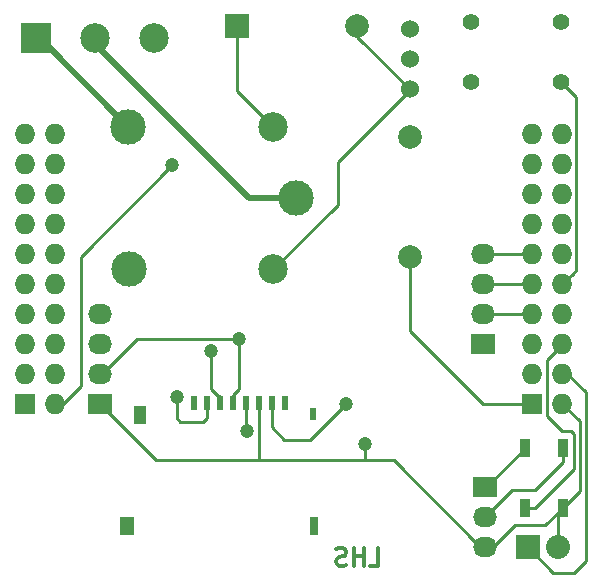
<source format=gbr>
G04 #@! TF.FileFunction,Copper,L2,Bot,Signal*
%FSLAX46Y46*%
G04 Gerber Fmt 4.6, Leading zero omitted, Abs format (unit mm)*
G04 Created by KiCad (PCBNEW 4.0.2-stable) date Friday, 04 November 2016 19:45:46*
%MOMM*%
G01*
G04 APERTURE LIST*
%ADD10C,1.000000*%
%ADD11C,0.300000*%
%ADD12C,2.500000*%
%ADD13C,3.000000*%
%ADD14C,1.998980*%
%ADD15R,1.998980X1.998980*%
%ADD16R,2.032000X1.727200*%
%ADD17O,2.032000X1.727200*%
%ADD18R,1.727200X1.727200*%
%ADD19O,1.727200X1.727200*%
%ADD20C,1.524000*%
%ADD21C,1.397000*%
%ADD22R,2.032000X2.032000*%
%ADD23O,2.032000X2.032000*%
%ADD24R,0.899160X1.501140*%
%ADD25R,0.500000X1.250000*%
%ADD26R,1.000000X1.500000*%
%ADD27R,0.800000X1.500000*%
%ADD28R,1.200000X1.500000*%
%ADD29R,0.600000X1.000000*%
%ADD30R,2.500000X2.500000*%
%ADD31C,1.200000*%
%ADD32C,0.250000*%
%ADD33C,0.500000*%
G04 APERTURE END LIST*
D10*
D11*
X43235714Y-60678571D02*
X43950000Y-60678571D01*
X43950000Y-59178571D01*
X42735714Y-60678571D02*
X42735714Y-59178571D01*
X42735714Y-59892857D02*
X41878571Y-59892857D01*
X41878571Y-60678571D02*
X41878571Y-59178571D01*
X41235714Y-60607143D02*
X41021428Y-60678571D01*
X40664285Y-60678571D01*
X40521428Y-60607143D01*
X40449999Y-60535714D01*
X40378571Y-60392857D01*
X40378571Y-60250000D01*
X40449999Y-60107143D01*
X40521428Y-60035714D01*
X40664285Y-59964286D01*
X40949999Y-59892857D01*
X41092857Y-59821429D01*
X41164285Y-59750000D01*
X41235714Y-59607143D01*
X41235714Y-59464286D01*
X41164285Y-59321429D01*
X41092857Y-59250000D01*
X40949999Y-59178571D01*
X40592857Y-59178571D01*
X40378571Y-59250000D01*
D12*
X35050000Y-35550000D03*
D13*
X22850000Y-35550000D03*
X22800000Y-23500000D03*
D12*
X35050000Y-23550000D03*
D13*
X37000000Y-29500000D03*
D14*
X42160000Y-15002540D03*
D15*
X32000000Y-15002540D03*
D16*
X20400000Y-46980000D03*
D17*
X20400000Y-44440000D03*
X20400000Y-41900000D03*
X20400000Y-39360000D03*
D16*
X52800000Y-41880000D03*
D17*
X52800000Y-39340000D03*
X52800000Y-36800000D03*
X52800000Y-34260000D03*
D18*
X14000000Y-47000000D03*
D19*
X16540000Y-47000000D03*
X14000000Y-44460000D03*
X16540000Y-44460000D03*
X14000000Y-41920000D03*
X16540000Y-41920000D03*
X14000000Y-39380000D03*
X16540000Y-39380000D03*
X14000000Y-36840000D03*
X16540000Y-36840000D03*
X14000000Y-34300000D03*
X16540000Y-34300000D03*
X14000000Y-31760000D03*
X16540000Y-31760000D03*
X14000000Y-29220000D03*
X16540000Y-29220000D03*
X14000000Y-26680000D03*
X16540000Y-26680000D03*
X14000000Y-24140000D03*
X16540000Y-24140000D03*
D18*
X57000000Y-47000000D03*
D19*
X59540000Y-47000000D03*
X57000000Y-44460000D03*
X59540000Y-44460000D03*
X57000000Y-41920000D03*
X59540000Y-41920000D03*
X57000000Y-39380000D03*
X59540000Y-39380000D03*
X57000000Y-36840000D03*
X59540000Y-36840000D03*
X57000000Y-34300000D03*
X59540000Y-34300000D03*
X57000000Y-31760000D03*
X59540000Y-31760000D03*
X57000000Y-29220000D03*
X59540000Y-29220000D03*
X57000000Y-26680000D03*
X59540000Y-26680000D03*
X57000000Y-24140000D03*
X59540000Y-24140000D03*
D16*
X53000000Y-54000000D03*
D17*
X53000000Y-56540000D03*
X53000000Y-59080000D03*
D20*
X46600000Y-17800000D03*
X46600000Y-20340000D03*
X46600000Y-15260000D03*
D14*
X46600000Y-24400000D03*
X46600000Y-34560000D03*
D21*
X59420000Y-19700000D03*
X59420000Y-14620000D03*
X51800000Y-19700000D03*
X51800000Y-14620000D03*
D22*
X56600000Y-59100000D03*
D23*
X59140000Y-59100000D03*
D24*
X56399800Y-50750640D03*
X59600200Y-50750640D03*
X59600200Y-55749360D03*
X56399800Y-55749360D03*
D25*
X28350000Y-46900000D03*
X29450000Y-46900000D03*
X30550000Y-46900000D03*
X31650000Y-46900000D03*
X32750000Y-46900000D03*
X33850000Y-46900000D03*
X34950000Y-46900000D03*
X36050000Y-46900000D03*
D26*
X23750000Y-47900000D03*
D27*
X38500000Y-57350000D03*
D28*
X22700000Y-57350000D03*
D29*
X38400000Y-47800000D03*
D12*
X25000000Y-16000000D03*
D30*
X15000000Y-16000000D03*
D12*
X20000000Y-16000000D03*
D31*
X32200000Y-41500000D03*
X42800000Y-50400000D03*
X26500000Y-26750000D03*
X41200000Y-47000000D03*
X32800000Y-49300000D03*
X29800000Y-42500000D03*
X26900000Y-46400000D03*
D32*
X32200000Y-41500000D02*
X32200000Y-45700000D01*
X31650000Y-46250000D02*
X31650000Y-46900000D01*
X32200000Y-45700000D02*
X31650000Y-46250000D01*
X30900000Y-41500000D02*
X32200000Y-41500000D01*
X20400000Y-44440000D02*
X20560000Y-44440000D01*
X20560000Y-44440000D02*
X23500000Y-41500000D01*
X23500000Y-41500000D02*
X30900000Y-41500000D01*
X31650000Y-46900000D02*
X31650000Y-46350000D01*
X42800000Y-50400000D02*
X42800000Y-51750000D01*
X33850000Y-46900000D02*
X33850000Y-51750000D01*
X33850000Y-46900000D02*
X33850000Y-46400000D01*
X53000000Y-59080000D02*
X52580000Y-59080000D01*
X52580000Y-59080000D02*
X45250000Y-51750000D01*
X45250000Y-51750000D02*
X42700000Y-51750000D01*
X42700000Y-51750000D02*
X33850000Y-51750000D01*
X25170000Y-51750000D02*
X20400000Y-46980000D01*
X33850000Y-51750000D02*
X25170000Y-51750000D01*
X59140000Y-59100000D02*
X59140000Y-56209560D01*
X59140000Y-56209560D02*
X59600200Y-55749360D01*
X53000000Y-59080000D02*
X53670000Y-59080000D01*
X53670000Y-59080000D02*
X55500000Y-57250000D01*
X55500000Y-57250000D02*
X58099560Y-57250000D01*
X58099560Y-57250000D02*
X59600200Y-55749360D01*
X61000000Y-54250000D02*
X61000000Y-54349560D01*
X61000000Y-54349560D02*
X59600200Y-55749360D01*
X61000000Y-48460000D02*
X59540000Y-47000000D01*
X61000000Y-54250000D02*
X61000000Y-48460000D01*
X20400000Y-47300000D02*
X20400000Y-46980000D01*
X46600000Y-20340000D02*
X46600000Y-20400000D01*
X46600000Y-20400000D02*
X40500000Y-26500000D01*
X40500000Y-30100000D02*
X35050000Y-35550000D01*
X40500000Y-26500000D02*
X40500000Y-30100000D01*
X42160000Y-15002540D02*
X42160000Y-15900000D01*
X42160000Y-15900000D02*
X46600000Y-20340000D01*
X16540000Y-47000000D02*
X17250000Y-47000000D01*
X17250000Y-47000000D02*
X18750000Y-45500000D01*
X18750000Y-34500000D02*
X26500000Y-26750000D01*
X18750000Y-45500000D02*
X18750000Y-34500000D01*
X32000000Y-15002540D02*
X32000000Y-20500000D01*
X32000000Y-20500000D02*
X35050000Y-23550000D01*
X53000000Y-54000000D02*
X53150440Y-54000000D01*
X53150440Y-54000000D02*
X56399800Y-50750640D01*
X34950000Y-46900000D02*
X34950000Y-48950000D01*
X38200000Y-50000000D02*
X41200000Y-47000000D01*
X36000000Y-50000000D02*
X38200000Y-50000000D01*
X34950000Y-48950000D02*
X36000000Y-50000000D01*
X32750000Y-46900000D02*
X32750000Y-49250000D01*
X32750000Y-49250000D02*
X32800000Y-49300000D01*
X32750000Y-47250000D02*
X32750000Y-46900000D01*
X32750000Y-46900000D02*
X32750000Y-46500000D01*
X29800000Y-42500000D02*
X29800000Y-45700000D01*
X29800000Y-45700000D02*
X30550000Y-46450000D01*
X30550000Y-46450000D02*
X30550000Y-46900000D01*
X30550000Y-46900000D02*
X30550000Y-46450000D01*
X30550000Y-46900000D02*
X30550000Y-46300000D01*
X30550000Y-46900000D02*
X30550000Y-46400000D01*
X29450000Y-46900000D02*
X29450000Y-48150000D01*
X26900000Y-48200000D02*
X26900000Y-46400000D01*
X27200000Y-48500000D02*
X26900000Y-48200000D01*
X29100000Y-48500000D02*
X27200000Y-48500000D01*
X29450000Y-48150000D02*
X29100000Y-48500000D01*
X29450000Y-46900000D02*
X29450000Y-46400000D01*
D33*
X15000000Y-16000000D02*
X15300000Y-16000000D01*
X15300000Y-16000000D02*
X22800000Y-23500000D01*
X20000000Y-16000000D02*
X20000000Y-16500000D01*
X20000000Y-16500000D02*
X33000000Y-29500000D01*
X33000000Y-29500000D02*
X37000000Y-29500000D01*
D32*
X52800000Y-39340000D02*
X56960000Y-39340000D01*
X56960000Y-39340000D02*
X57000000Y-39380000D01*
X57000000Y-36840000D02*
X52840000Y-36840000D01*
X52840000Y-36840000D02*
X52800000Y-36800000D01*
X52800000Y-34260000D02*
X56960000Y-34260000D01*
X56960000Y-34260000D02*
X57000000Y-34300000D01*
X46600000Y-40800000D02*
X52800000Y-47000000D01*
X52800000Y-47000000D02*
X57000000Y-47000000D01*
X46600000Y-34560000D02*
X46600000Y-40800000D01*
X59540000Y-44460000D02*
X59960000Y-44460000D01*
X59960000Y-44460000D02*
X61500000Y-46000000D01*
X61500000Y-46000000D02*
X61500000Y-60250000D01*
X61500000Y-60250000D02*
X60500000Y-61250000D01*
X60500000Y-61250000D02*
X58750000Y-61250000D01*
X58750000Y-61250000D02*
X56600000Y-59100000D01*
X59540000Y-41920000D02*
X59540000Y-41960000D01*
X59540000Y-41960000D02*
X58250000Y-43250000D01*
X58250000Y-43250000D02*
X58250000Y-48000000D01*
X58250000Y-48000000D02*
X59500000Y-49250000D01*
X59500000Y-49250000D02*
X60250000Y-49250000D01*
X60250000Y-49250000D02*
X60500000Y-49500000D01*
X60500000Y-49500000D02*
X60500000Y-52500000D01*
X60500000Y-52500000D02*
X57250640Y-55749360D01*
X57250640Y-55749360D02*
X56399800Y-55749360D01*
X59420000Y-19700000D02*
X60728601Y-21008601D01*
X60728601Y-21008601D02*
X60728601Y-35651399D01*
X60728601Y-35651399D02*
X60403599Y-35976401D01*
X60403599Y-35976401D02*
X59540000Y-36840000D01*
X59600200Y-50750640D02*
X59600200Y-51899800D01*
X55290000Y-54250000D02*
X53000000Y-56540000D01*
X57250000Y-54250000D02*
X55290000Y-54250000D01*
X59600200Y-51899800D02*
X57250000Y-54250000D01*
M02*

</source>
